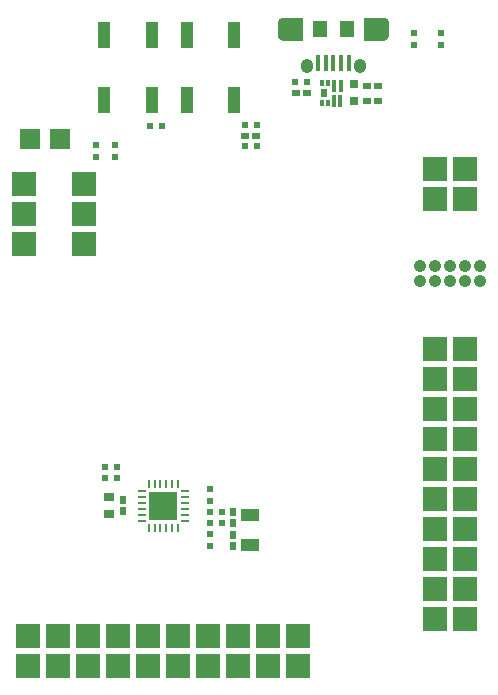
<source format=gtp>
G04 Layer_Color=8421504*
%FSLAX43Y43*%
%MOMM*%
G71*
G01*
G75*
%ADD11R,0.400X1.000*%
%ADD12R,0.300X1.000*%
%ADD13R,0.300X0.600*%
%ADD14R,0.540X0.800*%
%ADD15R,0.700X0.700*%
%ADD16R,0.600X0.550*%
%ADD17R,0.400X1.350*%
%ADD18R,1.000X2.250*%
%ADD19R,0.850X0.800*%
%ADD20R,0.500X0.650*%
%ADD21R,0.550X0.600*%
%ADD22R,0.650X0.500*%
%ADD23R,1.550X1.000*%
%ADD24R,2.450X2.450*%
%ADD25O,0.250X0.750*%
%ADD26O,0.750X0.250*%
%ADD28R,0.500X0.600*%
G04:AMPARAMS|DCode=38|XSize=1.05mm|YSize=1.25mm|CornerRadius=0.525mm|HoleSize=0mm|Usage=FLASHONLY|Rotation=180.000|XOffset=0mm|YOffset=0mm|HoleType=Round|Shape=RoundedRectangle|*
%AMROUNDEDRECTD38*
21,1,1.050,0.200,0,0,180.0*
21,1,0.000,1.250,0,0,180.0*
1,1,1.050,0.000,0.100*
1,1,1.050,0.000,0.100*
1,1,1.050,0.000,-0.100*
1,1,1.050,0.000,-0.100*
%
%ADD38ROUNDEDRECTD38*%
G04:AMPARAMS|DCode=39|XSize=2.1mm|YSize=1.9mm|CornerRadius=0.494mm|HoleSize=0mm|Usage=FLASHONLY|Rotation=180.000|XOffset=0mm|YOffset=0mm|HoleType=Round|Shape=RoundedRectangle|*
%AMROUNDEDRECTD39*
21,1,2.100,0.912,0,0,180.0*
21,1,1.112,1.900,0,0,180.0*
1,1,0.988,-0.556,0.456*
1,1,0.988,0.556,0.456*
1,1,0.988,0.556,-0.456*
1,1,0.988,-0.556,-0.456*
%
%ADD39ROUNDEDRECTD39*%
%ADD43C,1.050*%
%ADD88R,2.100X2.100*%
%ADD89R,2.100X2.100*%
%ADD90R,1.700X1.700*%
%ADD91R,1.300X1.400*%
G36*
X-18200Y-2625D02*
X-19800D01*
X-19848Y-2621D01*
X-19901Y-2614D01*
X-19954Y-2599D01*
X-19997Y-2583D01*
X-20039Y-2563D01*
X-20083Y-2535D01*
X-20121Y-2506D01*
X-20160Y-2472D01*
X-20189Y-2436D01*
X-20217Y-2399D01*
X-20241Y-2358D01*
X-20261Y-2316D01*
X-20277Y-2274D01*
X-20289Y-2223D01*
X-20296Y-2178D01*
X-20300Y-2125D01*
Y-1225D01*
X-20296Y-1170D01*
X-20288Y-1125D01*
X-20276Y-1075D01*
X-20260Y-1035D01*
X-20247Y-1002D01*
X-20222Y-959D01*
X-20196Y-922D01*
X-20165Y-884D01*
X-20120Y-843D01*
X-20080Y-813D01*
X-20034Y-784D01*
X-19981Y-760D01*
X-19894Y-734D01*
X-19800Y-725D01*
X-18200D01*
Y-2625D01*
D02*
G37*
G36*
X-11352Y-729D02*
X-11299Y-736D01*
X-11246Y-751D01*
X-11203Y-767D01*
X-11161Y-787D01*
X-11117Y-815D01*
X-11079Y-844D01*
X-11040Y-878D01*
X-11011Y-914D01*
X-10983Y-951D01*
X-10959Y-992D01*
X-10939Y-1034D01*
X-10923Y-1076D01*
X-10911Y-1127D01*
X-10904Y-1172D01*
X-10900Y-1225D01*
Y-2125D01*
X-10904Y-2180D01*
X-10912Y-2225D01*
X-10924Y-2275D01*
X-10940Y-2315D01*
X-10953Y-2348D01*
X-10978Y-2391D01*
X-11004Y-2428D01*
X-11035Y-2466D01*
X-11080Y-2507D01*
X-11120Y-2537D01*
X-11166Y-2566D01*
X-11219Y-2590D01*
X-11306Y-2616D01*
X-11400Y-2625D01*
X-13000D01*
Y-725D01*
X-11400D01*
X-11352Y-729D01*
D02*
G37*
D11*
X-15000Y-6425D02*
D03*
D12*
X-15550D02*
D03*
X-15050Y-7725D02*
D03*
X-15550D02*
D03*
D13*
X-16050Y-6225D02*
D03*
X-16550D02*
D03*
X-16050Y-7925D02*
D03*
X-16550D02*
D03*
D14*
X-16430Y-7075D02*
D03*
D15*
X-13875Y-6325D02*
D03*
Y-7725D02*
D03*
D16*
X-34942Y-38686D02*
D03*
X-33942D02*
D03*
X-34942Y-39636D02*
D03*
X-33942D02*
D03*
X-17825Y-6125D02*
D03*
X-18825D02*
D03*
X-22100Y-9800D02*
D03*
X-23100D02*
D03*
X-30150Y-9850D02*
D03*
X-31150D02*
D03*
X-22100Y-11550D02*
D03*
X-23100D02*
D03*
X-26050Y-42525D02*
D03*
X-25050D02*
D03*
X-26050Y-43472D02*
D03*
X-25050D02*
D03*
D17*
X-14300Y-4475D02*
D03*
X-14950D02*
D03*
X-15600D02*
D03*
X-16250D02*
D03*
X-16900D02*
D03*
D18*
X-31000Y-7650D02*
D03*
Y-2150D02*
D03*
X-35000D02*
D03*
Y-7650D02*
D03*
X-24000D02*
D03*
Y-2150D02*
D03*
X-28000D02*
D03*
Y-7650D02*
D03*
D19*
X-34600Y-41300D02*
D03*
Y-42700D02*
D03*
D20*
X-33400Y-41525D02*
D03*
Y-42475D02*
D03*
X-24095Y-42525D02*
D03*
Y-43475D02*
D03*
Y-45447D02*
D03*
Y-44497D02*
D03*
D21*
X-35675Y-12450D02*
D03*
Y-11450D02*
D03*
X-26050Y-45400D02*
D03*
Y-44400D02*
D03*
Y-40600D02*
D03*
Y-41600D02*
D03*
D22*
X-18800Y-7025D02*
D03*
X-17850D02*
D03*
X-12750Y-6425D02*
D03*
X-11800D02*
D03*
X-12750Y-7725D02*
D03*
X-11800D02*
D03*
X-22125Y-10675D02*
D03*
X-23075D02*
D03*
D23*
X-22645Y-45350D02*
D03*
Y-42750D02*
D03*
D24*
X-30000Y-42000D02*
D03*
D25*
X-31250Y-40150D02*
D03*
X-30750D02*
D03*
X-30250D02*
D03*
X-29750D02*
D03*
X-29250D02*
D03*
X-28750D02*
D03*
Y-43850D02*
D03*
X-29250D02*
D03*
X-29750D02*
D03*
X-30250D02*
D03*
X-30750D02*
D03*
X-31250D02*
D03*
D26*
X-28150Y-40750D02*
D03*
Y-41250D02*
D03*
Y-41750D02*
D03*
Y-42250D02*
D03*
Y-42750D02*
D03*
Y-43250D02*
D03*
X-31850D02*
D03*
Y-42750D02*
D03*
Y-42250D02*
D03*
Y-41750D02*
D03*
Y-41250D02*
D03*
Y-40750D02*
D03*
D28*
X-34075Y-12450D02*
D03*
Y-11450D02*
D03*
X-8750Y-3000D02*
D03*
Y-2000D02*
D03*
X-6500Y-3000D02*
D03*
Y-2000D02*
D03*
D38*
X-17825Y-4800D02*
D03*
X-13375D02*
D03*
D39*
X-19250Y-1675D02*
D03*
X-11950D02*
D03*
D43*
X-8240Y-23010D02*
D03*
X-6970D02*
D03*
X-5700D02*
D03*
X-4430D02*
D03*
X-3160D02*
D03*
Y-21740D02*
D03*
X-4430D02*
D03*
X-5700D02*
D03*
X-6970D02*
D03*
X-8240D02*
D03*
D88*
X-36696Y-19840D02*
D03*
Y-17300D02*
D03*
Y-14760D02*
D03*
X-4430Y-16030D02*
D03*
X-6970D02*
D03*
X-4430Y-13490D02*
D03*
X-6970D02*
D03*
X-4430Y-38890D02*
D03*
X-6970D02*
D03*
X-4430Y-36350D02*
D03*
X-6970D02*
D03*
X-4430Y-33810D02*
D03*
X-6970D02*
D03*
X-4430Y-31270D02*
D03*
X-6970D02*
D03*
X-4430Y-28730D02*
D03*
X-6970Y-41430D02*
D03*
X-4430D02*
D03*
X-6970Y-43970D02*
D03*
X-4430D02*
D03*
X-6970Y-46510D02*
D03*
X-4430D02*
D03*
X-6970Y-49050D02*
D03*
X-4430D02*
D03*
X-6970Y-51590D02*
D03*
X-4430D02*
D03*
X-6970Y-28730D02*
D03*
X-41776Y-19840D02*
D03*
Y-17300D02*
D03*
Y-14760D02*
D03*
D89*
X-18570Y-53030D02*
D03*
X-41430Y-55570D02*
D03*
Y-53030D02*
D03*
X-38890Y-55570D02*
D03*
Y-53030D02*
D03*
X-36350Y-55570D02*
D03*
Y-53030D02*
D03*
X-33810Y-55570D02*
D03*
Y-53030D02*
D03*
X-31270Y-55570D02*
D03*
Y-53030D02*
D03*
X-18570Y-55570D02*
D03*
X-21110Y-53030D02*
D03*
Y-55570D02*
D03*
X-23650Y-53030D02*
D03*
Y-55570D02*
D03*
X-26190Y-53030D02*
D03*
Y-55570D02*
D03*
X-28730Y-53030D02*
D03*
Y-55570D02*
D03*
D90*
X-38730Y-10950D02*
D03*
X-41270D02*
D03*
D91*
X-16750Y-1675D02*
D03*
X-14450D02*
D03*
M02*

</source>
